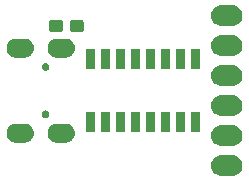
<source format=gbr>
G04 #@! TF.GenerationSoftware,KiCad,Pcbnew,5.1.4+dfsg1-1*
G04 #@! TF.CreationDate,2019-12-13T05:22:49-08:00*
G04 #@! TF.ProjectId,pmod-ftdi,706d6f64-2d66-4746-9469-2e6b69636164,rev?*
G04 #@! TF.SameCoordinates,PX5b906e0PY4a1f960*
G04 #@! TF.FileFunction,Soldermask,Bot*
G04 #@! TF.FilePolarity,Negative*
%FSLAX46Y46*%
G04 Gerber Fmt 4.6, Leading zero omitted, Abs format (unit mm)*
G04 Created by KiCad (PCBNEW 5.1.4+dfsg1-1) date 2019-12-13 05:22:49*
%MOMM*%
%LPD*%
G04 APERTURE LIST*
%ADD10C,0.100000*%
G04 APERTURE END LIST*
D10*
G36*
X20196442Y-13456518D02*
G01*
X20262627Y-13463037D01*
X20432466Y-13514557D01*
X20588991Y-13598222D01*
X20624729Y-13627552D01*
X20726186Y-13710814D01*
X20809448Y-13812271D01*
X20838778Y-13848009D01*
X20922443Y-14004534D01*
X20973963Y-14174373D01*
X20991359Y-14351000D01*
X20973963Y-14527627D01*
X20922443Y-14697466D01*
X20838778Y-14853991D01*
X20809448Y-14889729D01*
X20726186Y-14991186D01*
X20624729Y-15074448D01*
X20588991Y-15103778D01*
X20432466Y-15187443D01*
X20262627Y-15238963D01*
X20196442Y-15245482D01*
X20130260Y-15252000D01*
X19201740Y-15252000D01*
X19135558Y-15245482D01*
X19069373Y-15238963D01*
X18899534Y-15187443D01*
X18743009Y-15103778D01*
X18707271Y-15074448D01*
X18605814Y-14991186D01*
X18522552Y-14889729D01*
X18493222Y-14853991D01*
X18409557Y-14697466D01*
X18358037Y-14527627D01*
X18340641Y-14351000D01*
X18358037Y-14174373D01*
X18409557Y-14004534D01*
X18493222Y-13848009D01*
X18522552Y-13812271D01*
X18605814Y-13710814D01*
X18707271Y-13627552D01*
X18743009Y-13598222D01*
X18899534Y-13514557D01*
X19069373Y-13463037D01*
X19135558Y-13456518D01*
X19201740Y-13450000D01*
X20130260Y-13450000D01*
X20196442Y-13456518D01*
X20196442Y-13456518D01*
G37*
G36*
X20196443Y-10916519D02*
G01*
X20262627Y-10923037D01*
X20432466Y-10974557D01*
X20588991Y-11058222D01*
X20624729Y-11087552D01*
X20726186Y-11170814D01*
X20809448Y-11272271D01*
X20838778Y-11308009D01*
X20922443Y-11464534D01*
X20973963Y-11634373D01*
X20991359Y-11811000D01*
X20973963Y-11987627D01*
X20922443Y-12157466D01*
X20838778Y-12313991D01*
X20809448Y-12349729D01*
X20726186Y-12451186D01*
X20624729Y-12534448D01*
X20588991Y-12563778D01*
X20432466Y-12647443D01*
X20262627Y-12698963D01*
X20196443Y-12705481D01*
X20130260Y-12712000D01*
X19201740Y-12712000D01*
X19135557Y-12705481D01*
X19069373Y-12698963D01*
X18899534Y-12647443D01*
X18743009Y-12563778D01*
X18707271Y-12534448D01*
X18605814Y-12451186D01*
X18522552Y-12349729D01*
X18493222Y-12313991D01*
X18409557Y-12157466D01*
X18358037Y-11987627D01*
X18340641Y-11811000D01*
X18358037Y-11634373D01*
X18409557Y-11464534D01*
X18493222Y-11308009D01*
X18522552Y-11272271D01*
X18605814Y-11170814D01*
X18707271Y-11087552D01*
X18743009Y-11058222D01*
X18899534Y-10974557D01*
X19069373Y-10923037D01*
X19135557Y-10916519D01*
X19201740Y-10910000D01*
X20130260Y-10910000D01*
X20196443Y-10916519D01*
X20196443Y-10916519D01*
G37*
G36*
X2606571Y-10818863D02*
G01*
X2685023Y-10826590D01*
X2785682Y-10857125D01*
X2836013Y-10872392D01*
X2975165Y-10946771D01*
X3097133Y-11046867D01*
X3197229Y-11168835D01*
X3271608Y-11307987D01*
X3271615Y-11308011D01*
X3317410Y-11458977D01*
X3332875Y-11616000D01*
X3317410Y-11773023D01*
X3286875Y-11873682D01*
X3271608Y-11924013D01*
X3197229Y-12063165D01*
X3097133Y-12185133D01*
X2975165Y-12285229D01*
X2836013Y-12359608D01*
X2785682Y-12374875D01*
X2685023Y-12405410D01*
X2606571Y-12413137D01*
X2567346Y-12417000D01*
X1788654Y-12417000D01*
X1749429Y-12413137D01*
X1670977Y-12405410D01*
X1570318Y-12374875D01*
X1519987Y-12359608D01*
X1380835Y-12285229D01*
X1258867Y-12185133D01*
X1158771Y-12063165D01*
X1084392Y-11924013D01*
X1069125Y-11873682D01*
X1038590Y-11773023D01*
X1023125Y-11616000D01*
X1038590Y-11458977D01*
X1084385Y-11308011D01*
X1084392Y-11307987D01*
X1158771Y-11168835D01*
X1258867Y-11046867D01*
X1380835Y-10946771D01*
X1519987Y-10872392D01*
X1570318Y-10857125D01*
X1670977Y-10826590D01*
X1749429Y-10818863D01*
X1788654Y-10815000D01*
X2567346Y-10815000D01*
X2606571Y-10818863D01*
X2606571Y-10818863D01*
G37*
G36*
X6076571Y-10818863D02*
G01*
X6155023Y-10826590D01*
X6255682Y-10857125D01*
X6306013Y-10872392D01*
X6445165Y-10946771D01*
X6567133Y-11046867D01*
X6667229Y-11168835D01*
X6741608Y-11307987D01*
X6741615Y-11308011D01*
X6787410Y-11458977D01*
X6802875Y-11616000D01*
X6787410Y-11773023D01*
X6756875Y-11873682D01*
X6741608Y-11924013D01*
X6667229Y-12063165D01*
X6567133Y-12185133D01*
X6445165Y-12285229D01*
X6306013Y-12359608D01*
X6255682Y-12374875D01*
X6155023Y-12405410D01*
X6076571Y-12413137D01*
X6037346Y-12417000D01*
X5258654Y-12417000D01*
X5219429Y-12413137D01*
X5140977Y-12405410D01*
X5040318Y-12374875D01*
X4989987Y-12359608D01*
X4850835Y-12285229D01*
X4728867Y-12185133D01*
X4628771Y-12063165D01*
X4554392Y-11924013D01*
X4539125Y-11873682D01*
X4508590Y-11773023D01*
X4493125Y-11616000D01*
X4508590Y-11458977D01*
X4554385Y-11308011D01*
X4554392Y-11307987D01*
X4628771Y-11168835D01*
X4728867Y-11046867D01*
X4850835Y-10946771D01*
X4989987Y-10872392D01*
X5040318Y-10857125D01*
X5140977Y-10826590D01*
X5219429Y-10818863D01*
X5258654Y-10815000D01*
X6037346Y-10815000D01*
X6076571Y-10818863D01*
X6076571Y-10818863D01*
G37*
G36*
X13578000Y-11546000D02*
G01*
X12838000Y-11546000D01*
X12838000Y-9856000D01*
X13578000Y-9856000D01*
X13578000Y-11546000D01*
X13578000Y-11546000D01*
G37*
G36*
X17388000Y-11546000D02*
G01*
X16648000Y-11546000D01*
X16648000Y-9856000D01*
X17388000Y-9856000D01*
X17388000Y-11546000D01*
X17388000Y-11546000D01*
G37*
G36*
X16118000Y-11546000D02*
G01*
X15378000Y-11546000D01*
X15378000Y-9856000D01*
X16118000Y-9856000D01*
X16118000Y-11546000D01*
X16118000Y-11546000D01*
G37*
G36*
X14848000Y-11546000D02*
G01*
X14108000Y-11546000D01*
X14108000Y-9856000D01*
X14848000Y-9856000D01*
X14848000Y-11546000D01*
X14848000Y-11546000D01*
G37*
G36*
X12308000Y-11546000D02*
G01*
X11568000Y-11546000D01*
X11568000Y-9856000D01*
X12308000Y-9856000D01*
X12308000Y-11546000D01*
X12308000Y-11546000D01*
G37*
G36*
X11038000Y-11546000D02*
G01*
X10298000Y-11546000D01*
X10298000Y-9856000D01*
X11038000Y-9856000D01*
X11038000Y-11546000D01*
X11038000Y-11546000D01*
G37*
G36*
X9768000Y-11546000D02*
G01*
X9028000Y-11546000D01*
X9028000Y-9856000D01*
X9768000Y-9856000D01*
X9768000Y-11546000D01*
X9768000Y-11546000D01*
G37*
G36*
X8498000Y-11546000D02*
G01*
X7758000Y-11546000D01*
X7758000Y-9856000D01*
X8498000Y-9856000D01*
X8498000Y-11546000D01*
X8498000Y-11546000D01*
G37*
G36*
X4423091Y-9702528D02*
G01*
X4482420Y-9727103D01*
X4535810Y-9762777D01*
X4581223Y-9808190D01*
X4616897Y-9861580D01*
X4641472Y-9920909D01*
X4654000Y-9983892D01*
X4654000Y-10048108D01*
X4641472Y-10111091D01*
X4616897Y-10170420D01*
X4581223Y-10223810D01*
X4535810Y-10269223D01*
X4482420Y-10304897D01*
X4423091Y-10329472D01*
X4360108Y-10342000D01*
X4295892Y-10342000D01*
X4232909Y-10329472D01*
X4173580Y-10304897D01*
X4120190Y-10269223D01*
X4074777Y-10223810D01*
X4039103Y-10170420D01*
X4014528Y-10111091D01*
X4002000Y-10048108D01*
X4002000Y-9983892D01*
X4014528Y-9920909D01*
X4039103Y-9861580D01*
X4074777Y-9808190D01*
X4120190Y-9762777D01*
X4173580Y-9727103D01*
X4232909Y-9702528D01*
X4295892Y-9690000D01*
X4360108Y-9690000D01*
X4423091Y-9702528D01*
X4423091Y-9702528D01*
G37*
G36*
X20196442Y-8376518D02*
G01*
X20262627Y-8383037D01*
X20432466Y-8434557D01*
X20588991Y-8518222D01*
X20624729Y-8547552D01*
X20726186Y-8630814D01*
X20809448Y-8732271D01*
X20838778Y-8768009D01*
X20922443Y-8924534D01*
X20973963Y-9094373D01*
X20991359Y-9271000D01*
X20973963Y-9447627D01*
X20922443Y-9617466D01*
X20838778Y-9773991D01*
X20810714Y-9808187D01*
X20726186Y-9911186D01*
X20637592Y-9983892D01*
X20588991Y-10023778D01*
X20432466Y-10107443D01*
X20262627Y-10158963D01*
X20196443Y-10165481D01*
X20130260Y-10172000D01*
X19201740Y-10172000D01*
X19135557Y-10165481D01*
X19069373Y-10158963D01*
X18899534Y-10107443D01*
X18743009Y-10023778D01*
X18694408Y-9983892D01*
X18605814Y-9911186D01*
X18521286Y-9808187D01*
X18493222Y-9773991D01*
X18409557Y-9617466D01*
X18358037Y-9447627D01*
X18340641Y-9271000D01*
X18358037Y-9094373D01*
X18409557Y-8924534D01*
X18493222Y-8768009D01*
X18522552Y-8732271D01*
X18605814Y-8630814D01*
X18707271Y-8547552D01*
X18743009Y-8518222D01*
X18899534Y-8434557D01*
X19069373Y-8383037D01*
X19135558Y-8376518D01*
X19201740Y-8370000D01*
X20130260Y-8370000D01*
X20196442Y-8376518D01*
X20196442Y-8376518D01*
G37*
G36*
X20196443Y-5836519D02*
G01*
X20262627Y-5843037D01*
X20432466Y-5894557D01*
X20588991Y-5978222D01*
X20624729Y-6007552D01*
X20726186Y-6090814D01*
X20791515Y-6170419D01*
X20838778Y-6228009D01*
X20922443Y-6384534D01*
X20973963Y-6554373D01*
X20991359Y-6731000D01*
X20973963Y-6907627D01*
X20922443Y-7077466D01*
X20838778Y-7233991D01*
X20809448Y-7269729D01*
X20726186Y-7371186D01*
X20624729Y-7454448D01*
X20588991Y-7483778D01*
X20432466Y-7567443D01*
X20262627Y-7618963D01*
X20196442Y-7625482D01*
X20130260Y-7632000D01*
X19201740Y-7632000D01*
X19135558Y-7625482D01*
X19069373Y-7618963D01*
X18899534Y-7567443D01*
X18743009Y-7483778D01*
X18707271Y-7454448D01*
X18605814Y-7371186D01*
X18522552Y-7269729D01*
X18493222Y-7233991D01*
X18409557Y-7077466D01*
X18358037Y-6907627D01*
X18340641Y-6731000D01*
X18358037Y-6554373D01*
X18409557Y-6384534D01*
X18493222Y-6228009D01*
X18540485Y-6170419D01*
X18605814Y-6090814D01*
X18707271Y-6007552D01*
X18743009Y-5978222D01*
X18899534Y-5894557D01*
X19069373Y-5843037D01*
X19135557Y-5836519D01*
X19201740Y-5830000D01*
X20130260Y-5830000D01*
X20196443Y-5836519D01*
X20196443Y-5836519D01*
G37*
G36*
X4423091Y-5702528D02*
G01*
X4482420Y-5727103D01*
X4535810Y-5762777D01*
X4581223Y-5808190D01*
X4616897Y-5861580D01*
X4641472Y-5920909D01*
X4654000Y-5983892D01*
X4654000Y-6048108D01*
X4641472Y-6111091D01*
X4616897Y-6170420D01*
X4581223Y-6223810D01*
X4535810Y-6269223D01*
X4482420Y-6304897D01*
X4423091Y-6329472D01*
X4360108Y-6342000D01*
X4295892Y-6342000D01*
X4232909Y-6329472D01*
X4173580Y-6304897D01*
X4120190Y-6269223D01*
X4074777Y-6223810D01*
X4039103Y-6170420D01*
X4014528Y-6111091D01*
X4002000Y-6048108D01*
X4002000Y-5983892D01*
X4014528Y-5920909D01*
X4039103Y-5861580D01*
X4074777Y-5808190D01*
X4120190Y-5762777D01*
X4173580Y-5727103D01*
X4232909Y-5702528D01*
X4295892Y-5690000D01*
X4360108Y-5690000D01*
X4423091Y-5702528D01*
X4423091Y-5702528D01*
G37*
G36*
X16118000Y-6146000D02*
G01*
X15378000Y-6146000D01*
X15378000Y-4456000D01*
X16118000Y-4456000D01*
X16118000Y-6146000D01*
X16118000Y-6146000D01*
G37*
G36*
X17388000Y-6146000D02*
G01*
X16648000Y-6146000D01*
X16648000Y-4456000D01*
X17388000Y-4456000D01*
X17388000Y-6146000D01*
X17388000Y-6146000D01*
G37*
G36*
X13578000Y-6146000D02*
G01*
X12838000Y-6146000D01*
X12838000Y-4456000D01*
X13578000Y-4456000D01*
X13578000Y-6146000D01*
X13578000Y-6146000D01*
G37*
G36*
X14848000Y-6146000D02*
G01*
X14108000Y-6146000D01*
X14108000Y-4456000D01*
X14848000Y-4456000D01*
X14848000Y-6146000D01*
X14848000Y-6146000D01*
G37*
G36*
X8498000Y-6146000D02*
G01*
X7758000Y-6146000D01*
X7758000Y-4456000D01*
X8498000Y-4456000D01*
X8498000Y-6146000D01*
X8498000Y-6146000D01*
G37*
G36*
X11038000Y-6146000D02*
G01*
X10298000Y-6146000D01*
X10298000Y-4456000D01*
X11038000Y-4456000D01*
X11038000Y-6146000D01*
X11038000Y-6146000D01*
G37*
G36*
X12308000Y-6146000D02*
G01*
X11568000Y-6146000D01*
X11568000Y-4456000D01*
X12308000Y-4456000D01*
X12308000Y-6146000D01*
X12308000Y-6146000D01*
G37*
G36*
X9768000Y-6146000D02*
G01*
X9028000Y-6146000D01*
X9028000Y-4456000D01*
X9768000Y-4456000D01*
X9768000Y-6146000D01*
X9768000Y-6146000D01*
G37*
G36*
X2606571Y-3618863D02*
G01*
X2685023Y-3626590D01*
X2785682Y-3657125D01*
X2836013Y-3672392D01*
X2975165Y-3746771D01*
X3097133Y-3846867D01*
X3197229Y-3968835D01*
X3271608Y-4107987D01*
X3271608Y-4107988D01*
X3317410Y-4258977D01*
X3332875Y-4416000D01*
X3317410Y-4573023D01*
X3286875Y-4673682D01*
X3271608Y-4724013D01*
X3197229Y-4863165D01*
X3097133Y-4985133D01*
X2975165Y-5085229D01*
X2836013Y-5159608D01*
X2785682Y-5174875D01*
X2685023Y-5205410D01*
X2606571Y-5213137D01*
X2567346Y-5217000D01*
X1788654Y-5217000D01*
X1749429Y-5213137D01*
X1670977Y-5205410D01*
X1570318Y-5174875D01*
X1519987Y-5159608D01*
X1380835Y-5085229D01*
X1258867Y-4985133D01*
X1158771Y-4863165D01*
X1084392Y-4724013D01*
X1069125Y-4673682D01*
X1038590Y-4573023D01*
X1023125Y-4416000D01*
X1038590Y-4258977D01*
X1084392Y-4107988D01*
X1084392Y-4107987D01*
X1158771Y-3968835D01*
X1258867Y-3846867D01*
X1380835Y-3746771D01*
X1519987Y-3672392D01*
X1570318Y-3657125D01*
X1670977Y-3626590D01*
X1749429Y-3618863D01*
X1788654Y-3615000D01*
X2567346Y-3615000D01*
X2606571Y-3618863D01*
X2606571Y-3618863D01*
G37*
G36*
X6076571Y-3618863D02*
G01*
X6155023Y-3626590D01*
X6255682Y-3657125D01*
X6306013Y-3672392D01*
X6445165Y-3746771D01*
X6567133Y-3846867D01*
X6667229Y-3968835D01*
X6741608Y-4107987D01*
X6741608Y-4107988D01*
X6787410Y-4258977D01*
X6802875Y-4416000D01*
X6787410Y-4573023D01*
X6756875Y-4673682D01*
X6741608Y-4724013D01*
X6667229Y-4863165D01*
X6567133Y-4985133D01*
X6445165Y-5085229D01*
X6306013Y-5159608D01*
X6255682Y-5174875D01*
X6155023Y-5205410D01*
X6076571Y-5213137D01*
X6037346Y-5217000D01*
X5258654Y-5217000D01*
X5219429Y-5213137D01*
X5140977Y-5205410D01*
X5040318Y-5174875D01*
X4989987Y-5159608D01*
X4850835Y-5085229D01*
X4728867Y-4985133D01*
X4628771Y-4863165D01*
X4554392Y-4724013D01*
X4539125Y-4673682D01*
X4508590Y-4573023D01*
X4493125Y-4416000D01*
X4508590Y-4258977D01*
X4554392Y-4107988D01*
X4554392Y-4107987D01*
X4628771Y-3968835D01*
X4728867Y-3846867D01*
X4850835Y-3746771D01*
X4989987Y-3672392D01*
X5040318Y-3657125D01*
X5140977Y-3626590D01*
X5219429Y-3618863D01*
X5258654Y-3615000D01*
X6037346Y-3615000D01*
X6076571Y-3618863D01*
X6076571Y-3618863D01*
G37*
G36*
X20196442Y-3296518D02*
G01*
X20262627Y-3303037D01*
X20432466Y-3354557D01*
X20588991Y-3438222D01*
X20624729Y-3467552D01*
X20726186Y-3550814D01*
X20809448Y-3652271D01*
X20838778Y-3688009D01*
X20922443Y-3844534D01*
X20973963Y-4014373D01*
X20991359Y-4191000D01*
X20973963Y-4367627D01*
X20922443Y-4537466D01*
X20838778Y-4693991D01*
X20814140Y-4724012D01*
X20726186Y-4831186D01*
X20624729Y-4914448D01*
X20588991Y-4943778D01*
X20432466Y-5027443D01*
X20262627Y-5078963D01*
X20199006Y-5085229D01*
X20130260Y-5092000D01*
X19201740Y-5092000D01*
X19132994Y-5085229D01*
X19069373Y-5078963D01*
X18899534Y-5027443D01*
X18743009Y-4943778D01*
X18707271Y-4914448D01*
X18605814Y-4831186D01*
X18517860Y-4724012D01*
X18493222Y-4693991D01*
X18409557Y-4537466D01*
X18358037Y-4367627D01*
X18340641Y-4191000D01*
X18358037Y-4014373D01*
X18409557Y-3844534D01*
X18493222Y-3688009D01*
X18522552Y-3652271D01*
X18605814Y-3550814D01*
X18707271Y-3467552D01*
X18743009Y-3438222D01*
X18899534Y-3354557D01*
X19069373Y-3303037D01*
X19135558Y-3296518D01*
X19201740Y-3290000D01*
X20130260Y-3290000D01*
X20196442Y-3296518D01*
X20196442Y-3296518D01*
G37*
G36*
X7385499Y-2018445D02*
G01*
X7422995Y-2029820D01*
X7457554Y-2048292D01*
X7487847Y-2073153D01*
X7512708Y-2103446D01*
X7531180Y-2138005D01*
X7542555Y-2175501D01*
X7547000Y-2220638D01*
X7547000Y-2859362D01*
X7542555Y-2904499D01*
X7531180Y-2941995D01*
X7512708Y-2976554D01*
X7487847Y-3006847D01*
X7457554Y-3031708D01*
X7422995Y-3050180D01*
X7385499Y-3061555D01*
X7340362Y-3066000D01*
X6601638Y-3066000D01*
X6556501Y-3061555D01*
X6519005Y-3050180D01*
X6484446Y-3031708D01*
X6454153Y-3006847D01*
X6429292Y-2976554D01*
X6410820Y-2941995D01*
X6399445Y-2904499D01*
X6395000Y-2859362D01*
X6395000Y-2220638D01*
X6399445Y-2175501D01*
X6410820Y-2138005D01*
X6429292Y-2103446D01*
X6454153Y-2073153D01*
X6484446Y-2048292D01*
X6519005Y-2029820D01*
X6556501Y-2018445D01*
X6601638Y-2014000D01*
X7340362Y-2014000D01*
X7385499Y-2018445D01*
X7385499Y-2018445D01*
G37*
G36*
X5635499Y-2018445D02*
G01*
X5672995Y-2029820D01*
X5707554Y-2048292D01*
X5737847Y-2073153D01*
X5762708Y-2103446D01*
X5781180Y-2138005D01*
X5792555Y-2175501D01*
X5797000Y-2220638D01*
X5797000Y-2859362D01*
X5792555Y-2904499D01*
X5781180Y-2941995D01*
X5762708Y-2976554D01*
X5737847Y-3006847D01*
X5707554Y-3031708D01*
X5672995Y-3050180D01*
X5635499Y-3061555D01*
X5590362Y-3066000D01*
X4851638Y-3066000D01*
X4806501Y-3061555D01*
X4769005Y-3050180D01*
X4734446Y-3031708D01*
X4704153Y-3006847D01*
X4679292Y-2976554D01*
X4660820Y-2941995D01*
X4649445Y-2904499D01*
X4645000Y-2859362D01*
X4645000Y-2220638D01*
X4649445Y-2175501D01*
X4660820Y-2138005D01*
X4679292Y-2103446D01*
X4704153Y-2073153D01*
X4734446Y-2048292D01*
X4769005Y-2029820D01*
X4806501Y-2018445D01*
X4851638Y-2014000D01*
X5590362Y-2014000D01*
X5635499Y-2018445D01*
X5635499Y-2018445D01*
G37*
G36*
X20196442Y-756518D02*
G01*
X20262627Y-763037D01*
X20432466Y-814557D01*
X20588991Y-898222D01*
X20624729Y-927552D01*
X20726186Y-1010814D01*
X20809448Y-1112271D01*
X20838778Y-1148009D01*
X20922443Y-1304534D01*
X20973963Y-1474373D01*
X20991359Y-1651000D01*
X20973963Y-1827627D01*
X20922443Y-1997466D01*
X20838778Y-2153991D01*
X20821125Y-2175501D01*
X20726186Y-2291186D01*
X20624729Y-2374448D01*
X20588991Y-2403778D01*
X20432466Y-2487443D01*
X20262627Y-2538963D01*
X20196442Y-2545482D01*
X20130260Y-2552000D01*
X19201740Y-2552000D01*
X19135558Y-2545482D01*
X19069373Y-2538963D01*
X18899534Y-2487443D01*
X18743009Y-2403778D01*
X18707271Y-2374448D01*
X18605814Y-2291186D01*
X18510875Y-2175501D01*
X18493222Y-2153991D01*
X18409557Y-1997466D01*
X18358037Y-1827627D01*
X18340641Y-1651000D01*
X18358037Y-1474373D01*
X18409557Y-1304534D01*
X18493222Y-1148009D01*
X18522552Y-1112271D01*
X18605814Y-1010814D01*
X18707271Y-927552D01*
X18743009Y-898222D01*
X18899534Y-814557D01*
X19069373Y-763037D01*
X19135558Y-756518D01*
X19201740Y-750000D01*
X20130260Y-750000D01*
X20196442Y-756518D01*
X20196442Y-756518D01*
G37*
M02*

</source>
